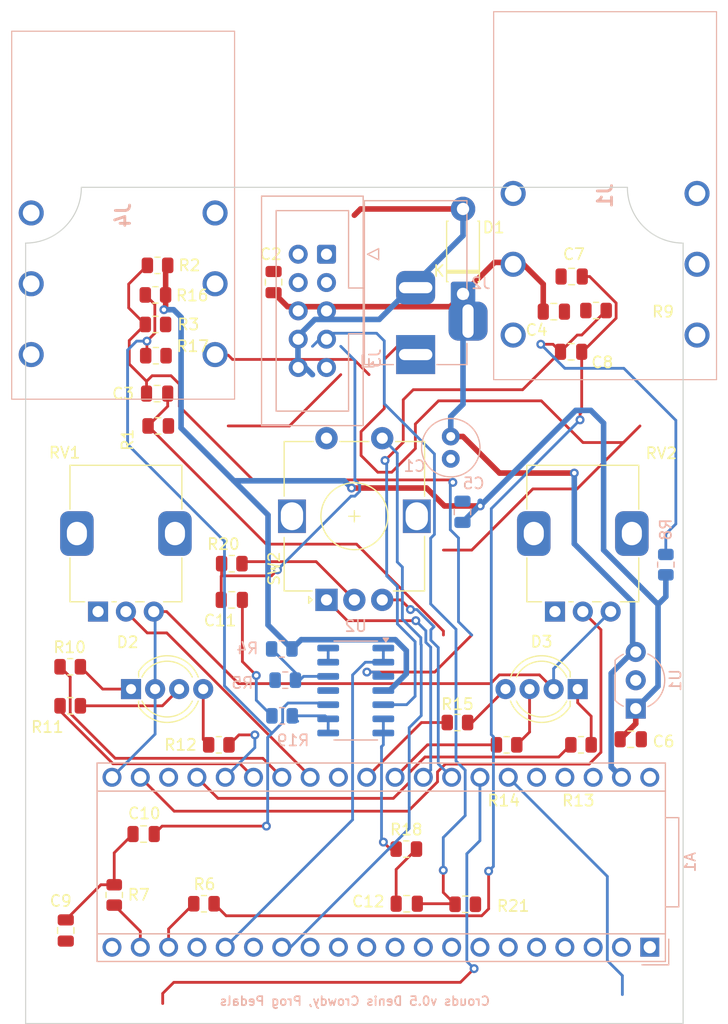
<source format=kicad_pcb>
(kicad_pcb (version 20241229) (generator "pcbnew") (generator_version "9.0")
  (title_block (date "2025-06-09") (rev "0.4"))
  (layers (0 "F.Cu" signal) (2 "B.Cu" signal) (13 "F.Paste" user) (15 "B.Paste" user) (5 "F.SilkS" user "F.Silkscreen") (7 "B.SilkS" user "B.Silkscreen") (1 "F.Mask" user) (3 "B.Mask" user) (25 "Edge.Cuts" user))
  (net 0 "")
  (net 14 "/ENC_CLICK")
  (net 16 "/Left in")
  (net 18 "/Left out")
  (net 19 "/Right out")
  (net 20 "GND")
  (net 21 "/3v3")
  (net 22 "Net-(A1-ADC_0)")
  (net 24 "/LED_2_R")
  (net 25 "/LED_1_B")
  (net 26 "/LED_1_G")
  (net 27 "/LED_1_R")
  (net 28 "Net-(A1-ADC_6)")
  (net 30 "/LED_2_B")
  (net 31 "/LED_2_G")
  (net 32 "/ENC_B")
  (net 33 "/ENC_A")
  (net 34 "/fsw10")
  (net 35 "Net-(SW1-A)")
  (net 39 "/VCC")
  (net 40 "+5V")
  (net 41 "Net-(D3-RK)")
  (net 42 "Net-(D3-GK)")
  (net 43 "Net-(D3-BK)")
  (net 44 "Net-(C10-Pad1)")
  (net 45 "/fsw3")
  (net 46 "/fsw1")
  (net 47 "/fsw2")
  (net 48 "/fsw7")
  (net 49 "/fsw6")
  (net 50 "/fsw4")
  (net 51 "/fsw8")
  (net 52 "/fsw9")
  (net 53 "Net-(U2A-+)")
  (net 54 "Net-(C7-Pad2)")
  (net 55 "Net-(U2B-+)")
  (net 56 "Net-(U2C-+)")
  (net 57 "Net-(C11-Pad1)")
  (net 58 "Net-(C12-Pad1)")
  (net 59 "Net-(U2D-+)")
  (net 60 "Net-(U2B--)")
  (net 61 "Net-(U2C--)")
  (net 62 "Net-(U2D--)")
  (net 63 "Net-(D2-BK)")
  (net 64 "Net-(D2-GK)")
  (net 65 "Net-(D2-RK)")
  (footprint "Diode_THT:D_DO-41_SOD81_P7.62mm_Horizontal" (layer "F.Cu") (at 137.25 44.56 90)
    (property "Reference" "D1")
    (property "Value" "1N5819")
  )
  (footprint "LED_THT:LED_D5.0mm-4_RGB_Wide_Pins" (layer "F.Cu") (at 107.46 80)
    (property "Reference" "D2")
    (property "Value" "LED_RAGB")
  )
  (footprint "Resistor_SMD:R_0805_2012Metric" (layer "F.Cu") (at 132.1625 94.35)
    (property "Reference" "R18")
    (property "Value" "100R")
  )
  (footprint "Resistor_SMD:R_0805_2012Metric" (layer "F.Cu") (at 141.1625 85)
    (property "Reference" "R14")
    (property "Value" "1k")
  )
  (footprint "Capacitor_SMD:C_0805_2012Metric" (layer "F.Cu") (at 116.5 72 180)
    (property "Reference" "C11")
    (property "Value" "1u")
  )
  (footprint "Resistor_SMD:R_0805_2012Metric" (layer "F.Cu") (at 109.65 47.3)
    (property "Reference" "R3")
    (property "Value" "1M")
  )
  (footprint "Capacitor_SMD:C_0805_2012Metric" (layer "F.Cu") (at 108.5875 93)
    (property "Reference" "C10")
    (property "Value" "1u")
  )
  (footprint "Capacitor_SMD:C_0805_2012Metric" (layer "F.Cu") (at 132.2 99.25)
    (property "Reference" "C12")
    (property "Value" "1u")
  )
  (footprint "Resistor_SMD:R_0805_2012Metric" (layer "F.Cu") (at 137.45 99.3)
    (property "Reference" "R21")
    (property "Value" "100K")
  )
  (footprint "Resistor_SMD:R_0805_2012Metric" (layer "F.Cu") (at 102 78)
    (property "Reference" "R10")
    (property "Value" "1k")
  )
  (footprint "Capacitor_SMD:C_0805_2012Metric" (layer "F.Cu") (at 120.25 43.5 -90)
    (property "Reference" "C2")
    (property "Value" "100n")
  )
  (footprint "LED_THT:LED_D5.0mm-4_RGB_Wide_Pins" (layer "F.Cu") (at 147.54 80 180)
    (property "Reference" "D3")
    (property "Value" "LED_RAGB")
  )
  (footprint "Resistor_SMD:R_0805_2012Metric" (layer "F.Cu") (at 105.95 98.4625 90)
    (property "Reference" "R7")
    (property "Value" "3.3K")
  )
  (footprint "Resistor_SMD:R_0805_2012Metric" (layer "F.Cu") (at 136.75 83)
    (property "Reference" "R15")
    (property "Value" "1k")
  )
  (footprint "Project:Potentiometer_Alps_RK09K_Single_Vertical" (layer "F.Cu") (at 145.5 73.05 90)
    (property "Reference" "RV2")
    (property "Value" "Knob 2")
  )
  (footprint "Resistor_SMD:R_0805_2012Metric" (layer "F.Cu") (at 109.8375 42 180)
    (property "Reference" "R2")
    (property "Value" "1M")
  )
  (footprint "Capacitor_SMD:C_0805_2012Metric" (layer "F.Cu") (at 147 43)
    (property "Reference" "C7")
    (property "Value" "2.2nF")
  )
  (footprint "Resistor_SMD:R_0805_2012Metric" (layer "F.Cu") (at 149.1875 46.05 180)
    (property "Reference" "R9")
    (property "Value" "1M")
  )
  (footprint "Project:Potentiometer_Alps_RK09K_Single_Vertical" (layer "F.Cu") (at 104.5 73.05 90)
    (property "Reference" "RV1")
    (property "Value" "Knob 1")
  )
  (footprint "Resistor_SMD:R_0805_2012Metric" (layer "F.Cu") (at 147.8375 85)
    (property "Reference" "R13")
    (property "Value" "1k")
  )
  (footprint "Resistor_SMD:R_0805_2012Metric" (layer "F.Cu") (at 102 81.5)
    (property "Reference" "R11")
    (property "Value" "1k")
  )
  (footprint "Capacitor_SMD:C_0805_2012Metric" (layer "F.Cu") (at 152.3 84.5 180)
    (property "Reference" "C6")
    (property "Value" "100n")
  )
  (footprint "Capacitor_SMD:C_0805_2012Metric" (layer "F.Cu") (at 145.4 46.15 180)
    (property "Reference" "C4")
    (property "Value" "100n")
  )
  (footprint "Project:RotaryEncoder_Alps_EC12E-Switch_Vertical_H20mm" (layer "F.Cu") (at 125 72 90)
    (property "Reference" "SW2")
    (property "Value" "RotaryEncoder_Switch")
  )
  (footprint "Capacitor_SMD:C_0805_2012Metric" (layer "F.Cu") (at 101.6 101.65 90)
    (property "Reference" "C9")
    (property "Value" "2.2nF")
  )
  (footprint "Capacitor_SMD:C_0805_2012Metric" (layer "F.Cu") (at 146.95 49.75 180)
    (property "Reference" "C8")
    (property "Value" "1u")
  )
  (footprint "Resistor_SMD:R_0805_2012Metric" (layer "F.Cu") (at 109.9 56.4)
    (property "Reference" "R1")
    (property "Value" "1M")
  )
  (footprint "Resistor_SMD:R_0805_2012Metric" (layer "F.Cu") (at 115.3375 85 180)
    (property "Reference" "R12")
    (property "Value" "1k")
  )
  (footprint "Resistor_SMD:R_0805_2012Metric" (layer "F.Cu") (at 109.65 44.65 180)
    (property "Reference" "R16")
    (property "Value" "1M")
  )
  (footprint "Resistor_SMD:R_0805_2012Metric" (layer "F.Cu") (at 116.5 68.75)
    (property "Reference" "R20")
    (property "Value" "100K")
  )
  (footprint "Resistor_SMD:R_0805_2012Metric" (layer "F.Cu") (at 114 99.25)
    (property "Reference" "R6")
    (property "Value" "3.3K")
  )
  (footprint "Capacitor_SMD:C_0805_2012Metric" (layer "F.Cu") (at 109.8 53.5 180)
    (property "Reference" "C3")
    (property "Value" "1u")
  )
  (footprint "Resistor_SMD:R_0805_2012Metric" (layer "F.Cu") (at 109.6875 50.1)
    (property "Reference" "R17")
    (property "Value" "1M")
  )
  (footprint "Project:NYS215" (layer "B.Cu") (at 98.5 50 90)
    (property "Reference" "J4")
    (property "Value" "Guitar out" (hide yes))
  )
  (footprint "Resistor_SMD:R_0805_2012Metric" (layer "B.Cu") (at 120.9875 76.4 180)
    (property "Reference" "R4")
    (property "Value" "1M")
  )
  (footprint "Capacitor_THT:C_Radial_D5.0mm_H11.0mm_P2.00mm" (layer "B.Cu") (at 136.15 57.35 -90)
    (property "Reference" "C1")
    (property "Value" "100u")
  )
  (footprint "Project:NYS215" (layer "B.Cu") (at 141.75 48.25 90)
    (property "Reference" "J1")
    (property "Value" "Guitar in" (hide yes))
  )
  (footprint "Resistor_SMD:R_0805_2012Metric" (layer "B.Cu") (at 155.45 68.8375 90)
    (property "Reference" "R8")
    (property "Value" "1M")
  )
  (footprint "Resistor_SMD:R_0805_2012Metric" (layer "B.Cu") (at 121.3 79.2 180)
    (property "Reference" "R5")
    (property "Value" "1M")
  )
  (footprint "Project:Electrosmith_Daisy_Seed" (layer "B.Cu") (at 154.01 103.15 90)
    (property "Reference" "A1")
    (property "Value" "Electrosmith_Daisy_Seed_Rev4")
  )
  (footprint "Connector_IDC:IDC-Header_2x05_P2.54mm_Vertical" (layer "B.Cu") (at 125 41 180)
    (property "Reference" "J3")
    (property "Value" "Conn_02x05_Odd_Even_MountingPin")
  )
  (footprint "Project:TO-92_Inline_Wide_78L05_dc" (layer "B.Cu") (at 152.75 81.75 90)
    (property "Reference" "U1")
    (property "Value" "L78L05_TO92")
  )
  (footprint "Resistor_SMD:R_0805_2012Metric" (layer "B.Cu") (at 121.0125 82.4 180)
    (property "Reference" "R19")
    (property "Value" "100R")
  )
  (footprint "Connector_BarrelJack:BarrelJack_Horizontal" (layer "B.Cu") (at 133 50 -90)
    (property "Reference" "J2")
    (property "Value" "Barrel_Jack")
  )
  (footprint "Capacitor_SMD:C_0805_2012Metric" (layer "B.Cu") (at 137.2 64.1 -90)
    (property "Reference" "C5")
    (property "Value" "100n")
  )
  (footprint "Package_SO:SOIC-14_3.9x8.7mm_P1.27mm" (layer "B.Cu") (at 127.625 80.13 180)
    (property "Reference" "U2")
    (property "Value" "TL074")
  )
  (gr_line (start 157 40) (end 157 110) (stroke (width 0.1)) (layer "Edge.Cuts"))
  (gr_line (start 103 35) (end 152 35) (stroke (width 0.1)) (layer "Edge.Cuts"))
  (gr_arc (start 157 40) (mid 153.464466 38.535534) (end 152 35) (stroke (width 0.1)) (layer "Edge.Cuts"))
  (gr_arc (start 103 35) (mid 101.535534 38.535534) (end 98 40) (stroke (width 0.1)) (layer "Edge.Cuts"))
  (gr_line (start 98 110) (end 157 110) (stroke (width 0.1)) (layer "Edge.Cuts"))
  (gr_line (start 98 40) (end 98 110) (stroke (width 0.1)) (layer "Edge.Cuts"))
  (gr_text "Crouds v0.5 Denis Crowdy, Prog Pedals" (at 139.75 108.45 0) (layer "B.SilkS") (effects (font (size 0.8 0.8)) (justify left bottom mirror)))
  (segment (start 131.35 58.85) (end 131.35 60.5026) (width 0.25) (layer "B.Cu") (net 14))
  (segment (start 130 57.5) (end 131.35 58.85) (width 0.25) (layer "B.Cu") (net 14))
  (segment (start 133.5 76.028025) (end 133.5 82.3769) (width 0.25) (layer "B.Cu") (net 14))
  (segment (start 133.5 82.3769) (end 132.42 83.4569) (width 0.25) (layer "B.Cu") (net 14))
  (segment (start 133.4645 75.3849) (end 133.4645 75.992525) (width 0.25) (layer "B.Cu") (net 14))
  (segment (start 132.42 83.4569) (end 132.42 92.4954) (width 0.25) (layer "B.Cu") (net 14))
  (segment (start 121.7654 103.15) (end 120.99 103.15) (width 0.25) (layer "B.Cu") (net 14))
  (segment (start 131.8076 73.728) (end 133.4645 75.3849) (width 0.25) (layer "B.Cu") (net 14))
  (segment (start 131.35 60.5026) (end 131.35 68.6) (width 0.25) (layer "B.Cu") (net 14))
  (segment (start 133.4645 75.992525) (end 133.5 76.028025) (width 0.25) (layer "B.Cu") (net 14))
  (segment (start 131.8076 69.0576) (end 131.8076 73.728) (width 0.25) (layer "B.Cu") (net 14))
  (segment (start 132.42 92.4954) (end 121.7654 103.15) (width 0.25) (layer "B.Cu") (net 14))
  (segment (start 131.35 68.6) (end 131.8076 69.0576) (width 0.25) (layer "B.Cu") (net 14))
  (segment (start 127.34 78.73328) (end 128.48328 77.59) (width 0.25) (layer "B.Cu") (net 16))
  (segment (start 115.91 103.15) (end 127.34 91.72) (width 0.25) (layer "B.Cu") (net 16))
  (segment (start 127.34 91.72) (end 127.34 78.73328) (width 0.25) (layer "B.Cu") (net 16))
  (segment (start 130.1 76.32) (end 130.1 77.59) (width 0.25) (layer "B.Cu") (net 16))
  (segment (start 128.48328 77.59) (end 130.1 77.59) (width 0.25) (layer "B.Cu") (net 16))
  (segment (start 110.83 101.5075) (end 113.0875 99.25) (width 0.25) (layer "F.Cu") (net 18))
  (segment (start 110.83 103.15) (end 110.83 101.5075) (width 0.25) (layer "F.Cu") (net 18))
  (segment (start 108.29 101.715) (end 108.29 103.15) (width 0.25) (layer "F.Cu") (net 19))
  (segment (start 105.95 99.375) (end 108.29 101.715) (width 0.25) (layer "F.Cu") (net 19))
  (segment (start 144.2775 54.15) (end 135.05 54.15) (width 0.25) (layer "F.Cu") (net 20))
  (segment (start 130.184 50.436) (end 131.36 49.26) (width 0.25) (layer "F.Cu") (net 20))
  (segment (start 132.97451 56.22549) (end 132.97451 58.42549) (width 0.25) (layer "F.Cu") (net 20))
  (segment (start 128.1 59.05) (end 128.1 56.911116) (width 0.25) (layer "F.Cu") (net 20))
  (segment (start 135.05 54.15) (end 132.97451 56.22549) (width 0.25) (layer "F.Cu") (net 20))
  (segment (start 151.641 57.889) (end 148.0165 57.889) (width 0.25) (layer "F.Cu") (net 20))
  (segment (start 147.48 62.05) (end 151.665 57.865) (width 0.25) (layer "F.Cu") (net 20))
  (segment (start 128.1 56.911116) (end 130.184 54.827116) (width 0.25) (layer "F.Cu") (net 20))
  (segment (start 124.0722 68.5722) (end 117.5903 68.5722) (width 0.25) (layer "F.Cu") (net 20))
  (segment (start 130.184 54.827116) (end 130.184 50.436) (width 0.25) (layer "F.Cu") (net 20))
  (segment (start 129.6 60.55) (end 128.1 59.05) (width 0.25) (layer "F.Cu") (net 20))
  (segment (start 151.665 57.865) (end 151.641 57.889) (width 0.25) (layer "F.Cu") (net 20))
  (segment (start 132.97451 58.42549) (end 130.85 60.55) (width 0.25) (layer "F.Cu") (net 20))
  (segment (start 130.85 60.55) (end 129.6 60.55) (width 0.25) (layer "F.Cu") (net 20))
  (segment (start 135.4925 67.5325) (end 138.0325 67.5325) (width 0.25) (layer "F.Cu") (net 20))
  (segment (start 117.5903 68.5722) (end 117.4125 68.75) (width 0.25) (layer "F.Cu") (net 20))
  (segment (start 143.515 62.05) (end 147.48 62.05) (width 0.25) (layer "F.Cu") (net 20))
  (segment (start 127.5 72) (end 124.0722 68.5722) (width 0.25) (layer "F.Cu") (net 20))
  (segment (start 148.0165 57.889) (end 144.2775 54.15) (width 0.25) (layer "F.Cu") (net 20))
  (segment (start 138.0325 67.5325) (end 143.515 62.05) (width 0.25) (layer "F.Cu") (net 20))
  (segment (start 151.665 57.865) (end 153.13 56.4) (width 0.25) (layer "F.Cu") (net 20))
  (segment (start 110.65 73.05) (end 117.1109 79.5109) (width 0.25) (layer "F.Cu") (net 21))
  (segment (start 109.5 73.05) (end 110.65 73.05) (width 0.25) (layer "F.Cu") (net 21))
  (segment (start 140.5071 78.7261) (end 144.1071 78.7261) (width 0.25) (layer "F.Cu") (net 21))
  (segment (start 139.7223 79.5109) (end 140.5071 78.7261) (width 0.25) (layer "F.Cu") (net 21))
  (segment (start 144.1071 78.7261) (end 145.381 80) (width 0.25) (layer "F.Cu") (net 21))
  (segment (start 117.1109 79.5109) (end 139.7223 79.5109) (width 0.25) (layer "F.Cu") (net 21))
  (segment (start 109.619 73.169) (end 109.619 80) (width 0.25) (layer "B.Cu") (net 21))
  (segment (start 109.5 73.05) (end 109.619 73.169) (width 0.25) (layer "B.Cu") (net 21))
  (segment (start 109.619 84.041) (end 105.75 87.91) (width 0.25) (layer "B.Cu") (net 21))
  (segment (start 145.381 80) (end 145.381 78.169) (width 0.25) (layer "B.Cu") (net 21))
  (segment (start 145.381 78.169) (end 150.5 73.05) (width 0.25) (layer "B.Cu") (net 21))
  (segment (start 109.619 80) (end 109.619 84.041) (width 0.25) (layer "B.Cu") (net 21))
  (segment (start 132.3296 90.95) (end 134.96 88.3196) (width 0.25) (layer "F.Cu") (net 22))
  (segment (start 149.626 74.676) (end 148 73.05) (width 0.25) (layer "F.Cu") (net 22))
  (segment (start 111.33 90.95) (end 132.3296 90.95) (width 0.25) (layer "F.Cu") (net 22))
  (segment (start 134.96 87.4282) (end 135.6603 86.7279) (width 0.25) (layer "F.Cu") (net 22))
  (segment (start 148.5674 86.7279) (end 149.626 85.6693) (width 0.25) (layer "F.Cu") (net 22))
  (segment (start 149.626 85.6693) (end 149.626 74.676) (width 0.25) (layer "F.Cu") (net 22))
  (segment (start 108.29 87.91) (end 111.33 90.95) (width 0.25) (layer "F.Cu") (net 22))
  (segment (start 134.96 88.3196) (end 134.96 87.4282) (width 0.25) (layer "F.Cu") (net 22))
  (segment (start 135.6603 86.7279) (end 148.5674 86.7279) (width 0.25) (layer "F.Cu") (net 22))
  (segment (start 133.8297 86.0909) (end 132.42 87.5006) (width 0.25) (layer "F.Cu") (net 24))
  (segment (start 132.42 88.3798) (end 130.9998 89.8) (width 0.25) (layer "F.Cu") (net 24))
  (segment (start 132.42 87.5006) (end 132.42 88.3798) (width 0.25) (layer "F.Cu") (net 24))
  (segment (start 146.925 85) (end 145.8341 86.0909) (width 0.25) (layer "F.Cu") (net 24))
  (segment (start 115.26 89.8) (end 113.37 87.91) (width 0.25) (layer "F.Cu") (net 24))
  (segment (start 145.8341 86.0909) (end 133.8297 86.0909) (width 0.25) (layer "F.Cu") (net 24))
  (segment (start 130.9998 89.8) (end 115.26 89.8) (width 0.25) (layer "F.Cu") (net 24))
  (segment (start 117.1412 84.1088) (end 118.5701 84.1088) (width 0.25) (layer "F.Cu") (net 25))
  (segment (start 116.25 85) (end 117.1412 84.1088) (width 0.25) (layer "F.Cu") (net 25))
  (via (at 118.5701 84.1088) (size 0.8) (drill 0.4) (layers "F.Cu" "B.Cu") (net 25))
  (segment (start 118.5701 85.2499) (end 118.5701 84.1088) (width 0.25) (layer "B.Cu") (net 25))
  (segment (start 115.91 87.91) (end 118.5701 85.2499) (width 0.25) (layer "B.Cu") (net 25))
  (segment (start 117.2369 86.6969) (end 118.45 87.91) (width 0.25) (layer "F.Cu") (net 26))
  (segment (start 105.839 86.6969) (end 117.2369 86.6969) (width 0.25) (layer "F.Cu") (net 26))
  (segment (start 101.0875 81.5) (end 101.0875 81.9454) (width 0.25) (layer "F.Cu") (net 26))
  (segment (start 101.0875 81.9454) (end 105.839 86.6969) (width 0.25) (layer "F.Cu") (net 26))
  (segment (start 120.99 87.91) (end 119.2875 86.2075) (width 0.25) (layer "F.Cu") (net 27))
  (segment (start 119.2875 86.2075) (end 106.0337 86.2075) (width 0.25) (layer "F.Cu") (net 27))
  (segment (start 102 82.1738) (end 102 78.9125) (width 0.25) (layer "F.Cu") (net 27))
  (segment (start 102 78.9125) (end 101.0875 78) (width 0.25) (layer "F.Cu") (net 27))
  (segment (start 106.0337 86.2075) (end 102 82.1738) (width 0.25) (layer "F.Cu") (net 27))
  (segment (start 123.53 87.8286) (end 110.6637 74.9623) (width 0.25) (layer "F.Cu") (net 28))
  (segment (start 123.53 87.91) (end 123.53 87.8286) (width 0.25) (layer "F.Cu") (net 28))
  (segment (start 110.6637 74.9623) (end 108.9123 74.9623) (width 0.25) (layer "F.Cu") (net 28))
  (segment (start 108.9123 74.9623) (end 107 73.05) (width 0.25) (layer "F.Cu") (net 28))
  (segment (start 135.8375 83) (end 133.52 83) (width 0.25) (layer "F.Cu") (net 30))
  (segment (start 133.52 83) (end 128.61 87.91) (width 0.25) (layer "F.Cu") (net 30))
  (segment (start 134.06 85) (end 131.15 87.91) (width 0.25) (layer "F.Cu") (net 31))
  (segment (start 140.25 85) (end 134.06 85) (width 0.25) (layer "F.Cu") (net 31))
  (segment (start 131.667 72) (end 132.5343 72.8673) (width 0.25) (layer "F.Cu") (net 32))
  (segment (start 130 72) (end 131.667 72) (width 0.25) (layer "F.Cu") (net 32))
  (via (at 132.5343 72.8673) (size 0.8) (drill 0.4) (layers "F.Cu" "B.Cu") (net 32))
  (segment (start 133.1149 72.8673) (end 134.650098 74.402498) (width 0.25) (layer "B.Cu") (net 32))
  (segment (start 134.3665 74.686095) (end 134.3665 75.618905) (width 0.25) (layer "B.Cu") (net 32))
  (segment (start 134.650098 74.402498) (end 134.3665 74.686095) (width 0.25) (layer "B.Cu") (net 32))
  (segment (start 135.026095 86.706095) (end 136.23 87.91) (width 0.25) (layer "B.Cu") (net 32))
  (segment (start 135.026095 76.2785) (end 135.026095 86.706095) (width 0.25) (layer "B.Cu") (net 32))
  (segment (start 132.5343 72.8673) (end 133.1149 72.8673) (width 0.25) (layer "B.Cu") (net 32))
  (segment (start 134.3665 75.618905) (end 135.026095 76.2785) (width 0.25) (layer "B.Cu") (net 32))
  (segment (start 125 72) (end 126.8662 73.8662) (width 0.25) (layer "F.Cu") (net 33))
  (segment (start 126.8662 73.8662) (end 133.0152 73.8662) (width 0.25) (layer "F.Cu") (net 33))
  (via (at 133.0152 73.8662) (size 0.8) (drill 0.4) (layers "F.Cu" "B.Cu") (net 33))
  (segment (start 134.35 76.240215) (end 134.35 87.25) (width 0.25) (layer "B.Cu") (net 33))
  (segment (start 133.9155 75.805715) (end 134.35 76.240215) (width 0.25) (layer "B.Cu") (net 33))
  (segment (start 133.0152 73.8662) (end 133.9155 74.7665) (width 0.25) (layer "B.Cu") (net 33))
  (segment (start 134.35 87.25) (end 133.69 87.91) (width 0.25) (layer "B.Cu") (net 33))
  (segment (start 133.9155 74.7665) (end 133.9155 75.805715) (width 0.25) (layer "B.Cu") (net 33))
  (segment (start 151.55 105.7) (end 151.55 107.4) (width 0.25) (layer "B.Cu") (net 34))
  (segment (start 150.2 104.35) (end 150.2 96.8) (width 0.25) (layer "B.Cu") (net 34))
  (segment (start 150.2 104.35) (end 151.55 105.7) (width 0.25) (layer "B.Cu") (net 34))
  (segment (start 150.2 96.8) (end 141.31 87.91) (width 0.25) (layer "B.Cu") (net 34))
  (segment (start 110.75 54.6375) (end 108.9875 56.4) (width 0.25) (layer "F.Cu") (net 35))
  (segment (start 127.6947 67) (end 119.5875 67) (width 0.25) (layer "F.Cu") (net 35))
  (segment (start 135.4925 74.7978) (end 127.6947 67) (width 0.25) (layer "F.Cu") (net 35))
  (segment (start 110.75 53.5) (end 110.75 54.6375) (width 0.25) (layer "F.Cu") (net 35))
  (segment (start 135.4925 75.1525) (end 135.4925 74.7978) (width 0.25) (layer "F.Cu") (net 35))
  (segment (start 119.5875 67) (end 108.9875 56.4) (width 0.25) (layer "F.Cu") (net 35))
  (segment (start 147.235 60.6274) (end 140.5274 60.6274) (width 0.5) (layer "F.Cu") (net 39))
  (segment (start 121.5046 45.7046) (end 120.25 44.45) (width 0.5) (layer "F.Cu") (net 39))
  (segment (start 136.1054 45.7046) (end 121.5046 45.7046) (width 0.5) (layer "F.Cu") (net 39))
  (segment (start 144.45 46.15) (end 144.45 43.6835) (width 0.5) (layer "F.Cu") (net 39))
  (segment (start 137.25 44.56) (end 136.1054 45.7046) (width 0.5) (layer "F.Cu") (net 39))
  (segment (start 144.45 43.6835) (end 142.5019 41.7354) (width 0.5) (layer "F.Cu") (net 39))
  (segment (start 137.25 57.35) (end 136.15 57.35) (width 0.5) (layer "F.Cu") (net 39))
  (segment (start 140.0746 41.7354) (end 137.25 44.56) (width 0.5) (layer "F.Cu") (net 39))
  (segment (start 142.5019 41.7354) (end 140.0746 41.7354) (width 0.5) (layer "F.Cu") (net 39))
  (segment (start 140.5274 60.6274) (end 137.25 57.35) (width 0.5) (layer "F.Cu") (net 39))
  (via (at 147.235 60.6274) (size 0.8) (drill 0.4) (layers "F.Cu" "B.Cu") (net 39))
  (segment (start 137.25 44.56) (end 137.25 54.45) (width 0.5) (layer "B.Cu") (net 39))
  (segment (start 150.55 78.5886) (end 152.4686 76.67) (width 0.5) (layer "B.Cu") (net 39))
  (segment (start 152.4686 76.67) (end 152.75 76.67) (width 0.5) (layer "B.Cu") (net 39))
  (segment (start 147.235 60.6274) (end 147.235 66.9664) (width 0.5) (layer "B.Cu") (net 39))
  (segment (start 137.25 54.45) (end 136.15 55.55) (width 0.5) (layer "B.Cu") (net 39))
  (segment (start 147.235 66.9664) (end 152.4686 72.2) (width 0.5) (layer "B.Cu") (net 39))
  (segment (start 152.4686 72.2) (end 152.4686 76.67) (width 0.5) (layer "B.Cu") (net 39))
  (segment (start 150.55 86.99) (end 150.55 78.5886) (width 0.5) (layer "B.Cu") (net 39))
  (segment (start 136.15 55.55) (end 136.15 57.35) (width 0.5) (layer "B.Cu") (net 39))
  (segment (start 151.47 87.91) (end 150.55 86.99) (width 0.5) (layer "B.Cu") (net 39))
  (segment (start 152.75 81.75) (end 152.75 83.1017) (width 0.5) (layer "F.Cu") (net 40))
  (segment (start 110.5625 42.1875) (end 110.5625 44.65) (width 0.5) (layer "F.Cu") (net 40))
  (segment (start 110.75 42) (end 110.5625 42.1875) (width 0.5) (layer "F.Cu") (net 40))
  (segment (start 133.9742 61.9678) (end 135.5835 63.5771) (width 0.5) (layer "F.Cu") (net 40))
  (segment (start 135.5835 63.5771) (end 138.7932 63.5771) (width 0.5) (layer "F.Cu") (net 40))
  (segment (start 127.2478 61.9678) (end 133.9742 61.9678) (width 0.5) (layer "F.Cu") (net 40))
  (segment (start 110.5625 45.8206) (end 110.4081 45.975) (width 0.5) (layer "F.Cu") (net 40))
  (segment (start 151.35 84.5) (end 152.7483 83.1017) (width 0.5) (layer "F.Cu") (net 40))
  (segment (start 152.7483 83.1017) (end 152.75 83.1017) (width 0.5) (layer "F.Cu") (net 40))
  (segment (start 110.5625 44.65) (end 110.5625 45.8206) (width 0.5) (layer "F.Cu") (net 40))
  (via (at 110.4081 45.975) (size 0.8) (drill 0.4) (layers "F.Cu" "B.Cu") (net 40))
  (via (at 127.2478 61.9678) (size 0.8) (drill 0.4) (layers "F.Cu" "B.Cu") (net 40))
  (via (at 138.7932 63.5771) (size 0.8) (drill 0.4) (layers "F.Cu" "B.Cu") (net 40))
  (segment (start 132.1634 78.6257) (end 130.6591 80.13) (width 0.5) (layer "B.Cu") (net 40))
  (segment (start 152.75 81.75) (end 154.75 79.75) (width 0.5) (layer "B.Cu") (net 40))
  (segment (start 131.1781 75.569) (end 132.1634 76.5543) (width 0.5) (layer "B.Cu") (net 40))
  (segment (start 110.4081 45.975) (end 111.275 45.975) (width 0.5) (layer "B.Cu") (net 40))
  (segment (start 132.1634 76.5543) (end 132.1634 78.6257) (width 0.5) (layer "B.Cu") (net 40))
  (segment (start 154.1465 71.8067) (end 149.8651 67.5253) (width 0.5) (layer "B.Cu") (net 40))
  (segment (start 111.95 46.65) (end 111.95 56.5835) (width 0.5) (layer "B.Cu") (net 40))
  (segment (start 155.45 71.7102) (end 154.75 72.4102) (width 0.5) (layer "B.Cu") (net 40))
  (segment (start 138.7932 63.5771) (end 138.6729 63.5771) (width 0.5) (layer "B.Cu") (net 40))
  (segment (start 138.7932 63.5771) (end 147.3665 55.0038) (width 0.5) (layer "B.Cu") (net 40))
  (segment (start 149.8651 67.5253) (end 149.8651 56.15) (width 0.5) (layer "B.Cu") (net 40))
  (segment (start 126.5991 61.3191) (end 127.2478 61.9678) (width 0.5) (layer "B.Cu") (net 40))
  (segment (start 122.731 75.569) (end 131.1781 75.569) (width 0.5) (layer "B.Cu") (net 40))
  (segment (start 121.9 76.4) (end 122.731 75.569) (width 0.5) (layer "B.Cu") (net 40))
  (segment (start 138.6729 63.5771) (end 137.2 65.05) (width 0.5) (layer "B.Cu") (net 40))
  (segment (start 155.45 69.75) (end 155.45 71.7102) (width 0.5) (layer "B.Cu") (net 40))
  (segment (start 138.7932 63.1568) (end 138.7932 63.5771) (width 0.5) (layer "B.Cu") (net 40))
  (segment (start 111.95 56.5835) (end 116.6856 61.3191) (width 0.5) (layer "B.Cu") (net 40))
  (segment (start 130.6591 80.13) (end 130.1 80.13) (width 0.5) (layer "B.Cu") (net 40))
  (segment (start 119.7525 64.386) (end 119.7525 74.2525) (width 0.5) (layer "B.Cu") (net 40))
  (segment (start 116.6856 61.3191) (end 126.5991 61.3191) (width 0.5) (layer "B.Cu") (net 40))
  (segment (start 147.3665 55.0038) (end 148.7189 55.0038) (width 0.5) (layer "B.Cu") (net 40))
  (segment (start 116.6856 61.3191) (end 119.7525 64.386) (width 0.5) (layer "B.Cu") (net 40))
  (segment (start 154.75 79.75) (end 154.75 72.4102) (width 0.5) (layer "B.Cu") (net 40))
  (segment (start 119.7525 74.2525) (end 121.9 76.4) (width 0.5) (layer "B.Cu") (net 40))
  (segment (start 154.75 72.4102) (end 154.1465 71.8067) (width 0.5) (layer "B.Cu") (net 40))
  (segment (start 148.7189 55.0038) (end 149.8651 56.15) (width 0.5) (layer "B.Cu") (net 40))
  (segment (start 111.275 45.975) (end 111.95 46.65) (width 0.5) (layer "B.Cu") (net 40))
  (segment (start 148.75 85) (end 148.75 82.4367) (width 0.25) (layer "F.Cu") (net 41))
  (segment (start 148.75 82.4367) (end 147.54 81.2267) (width 0.25) (layer "F.Cu") (net 41))
  (segment (start 147.54 80) (end 147.54 81.2267) (width 0.25) (layer "F.Cu") (net 41))
  (segment (start 143.222 83.853) (end 142.075 85) (width 0.25) (layer "F.Cu") (net 42))
  (segment (start 143.222 80) (end 143.222 83.853) (width 0.25) (layer "F.Cu") (net 42))
  (segment (start 138.063 83) (end 141.063 80) (width 0.25) (layer "F.Cu") (net 43))
  (segment (start 137.6625 83) (end 138.063 83) (width 0.25) (layer "F.Cu") (net 43))
  (segment (start 105.95 97.55) (end 105.95 94.6875) (width 0.25) (layer "F.Cu") (net 44))
  (segment (start 105.95 94.6875) (end 107.6375 93) (width 0.25) (layer "F.Cu") (net 44))
  (segment (start 104.75 97.55) (end 105.95 97.55) (width 0.25) (layer "F.Cu") (net 44))
  (segment (start 101.6 100.7) (end 104.75 97.55) (width 0.25) (layer "F.Cu") (net 44))
  (segment (start 120.6042 69.2982) (end 120.0596 69.8428) (width 0.25) (layer "F.Cu") (net 45))
  (segment (start 120.0596 69.8428) (end 115.5875 69.8428) (width 0.25) (layer "F.Cu") (net 45))
  (segment (start 115.5875 69.8428) (end 115.55 69.8803) (width 0.25) (layer "F.Cu") (net 45))
  (segment (start 115.5875 68.75) (end 115.5875 69.8428) (width 0.25) (layer "F.Cu") (net 45))
  (segment (start 115.55 69.8803) (end 115.55 72) (width 0.25) (layer "F.Cu") (net 45))
  (via (at 120.6042 69.2982) (size 0.8) (drill 0.4) (layers "F.Cu" "B.Cu") (net 45))
  (segment (start 126.28 49.26) (end 127.5488 50.5288) (width 0.25) (layer "B.Cu") (net 45))
  (segment (start 127.5488 50.5288) (end 127.5488 61.2411) (width 0.25) (layer "B.Cu") (net 45))
  (segment (start 127.5488 62.6945) (end 127.9745 62.2688) (width 0.25) (layer "B.Cu") (net 45))
  (segment (start 127.5488 61.2411) (end 127.9745 61.6668) (width 0.25) (layer "B.Cu") (net 45))
  (segment (start 127.2079 62.6945) (end 127.5488 62.6945) (width 0.25) (layer "B.Cu") (net 45))
  (segment (start 120.6042 69.2982) (end 127.2079 62.6945) (width 0.25) (layer "B.Cu") (net 45))
  (segment (start 127.9745 62.2688) (end 127.9745 61.6668) (width 0.25) (layer "B.Cu") (net 45))
  (segment (start 127.5488 61.2411) (end 127.5001 61.2411) (width 0.25) (layer "B.Cu") (net 45))
  (segment (start 133.15 99.25) (end 136.4875 99.25) (width 0.25) (layer "F.Cu") (net 46))
  (segment (start 136.5125 99.275) (end 136.5375 99.3) (width 0.25) (layer "F.Cu") (net 46))
  (segment (start 136.5125 99.275) (end 135.4778 98.2403) (width 0.25) (layer "F.Cu") (net 46))
  (segment (start 135.4778 98.2403) (end 135.4778 96.2473) (width 0.25) (layer "F.Cu") (net 46))
  (segment (start 136.4875 99.25) (end 136.5125 99.275) (width 0.25) (layer "F.Cu") (net 46))
  (via (at 135.4778 96.2473) (size 0.8) (drill 0.4) (layers "F.Cu" "B.Cu") (net 46))
  (segment (start 135.4778 93.3094) (end 135.4778 96.2473) (width 0.25) (layer "B.Cu") (net 46))
  (segment (start 123.74 49.26) (end 124.916 48.084) (width 0.25) (layer "B.Cu") (net 46))
  (segment (start 134.6848 58.9136) (end 134.6848 66.1273) (width 0.25) (layer "B.Cu") (net 46))
  (segment (start 130.184 48.772884) (end 130.184 54.4128) (width 0.25) (layer "B.Cu") (net 46))
  (segment (start 136.6192 86.4446) (end 137.4449 87.2703) (width 0.25) (layer "B.Cu") (net 46))
  (segment (start 137.4449 87.2703) (end 137.4449 91.3423) (width 0.25) (layer "B.Cu") (net 46))
  (segment (start 136.6192 74.6383) (end 136.6192 86.4446) (width 0.25) (layer "B.Cu") (net 46))
  (segment (start 124.916 48.084) (end 129.495116 48.084) (width 0.25) (layer "B.Cu") (net 46))
  (segment (start 134.3474 72.3665) (end 136.6192 74.6383) (width 0.25) (layer "B.Cu") (net 46))
  (segment (start 134.6848 66.1273) (end 134.3474 66.4647) (width 0.25) (layer "B.Cu") (net 46))
  (segment (start 129.495116 48.084) (end 130.184 48.772884) (width 0.25) (layer "B.Cu") (net 46))
  (segment (start 137.4449 91.3423) (end 135.4778 93.3094) (width 0.25) (layer "B.Cu") (net 46))
  (segment (start 130.184 54.4128) (end 134.6848 58.9136) (width 0.25) (layer "B.Cu") (net 46))
  (segment (start 134.3474 66.4647) (end 134.3474 72.3665) (width 0.25) (layer "B.Cu") (net 46))
  (segment (start 128.06 36.94) (end 127.5 37.5) (width 0.5) (layer "F.Cu") (net 47))
  (segment (start 137.25 36.94) (end 128.06 36.94) (width 0.5) (layer "F.Cu") (net 47))
  (segment (start 123.951708 46.85) (end 122.439 48.362708) (width 0.5) (layer "B.Cu") (net 47))
  (segment (start 129.7289 46.85) (end 123.951708 46.85) (width 0.5) (layer "B.Cu") (net 47))
  (segment (start 137.25 39.3289) (end 129.7289 46.85) (width 0.5) (layer "B.Cu") (net 47))
  (segment (start 122.439 50.499) (end 123.74 51.8) (width 0.5) (layer "B.Cu") (net 47))
  (segment (start 137.25 36.94) (end 137.25 39.3289) (width 0.5) (layer "B.Cu") (net 47))
  (segment (start 122.439 48.362708) (end 122.439 50.499) (width 0.5) (layer "B.Cu") (net 47))
  (segment (start 121.68 56.4) (end 126.28 51.8) (width 0.25) (layer "F.Cu") (net 50))
  (segment (start 116.566 50.436) (end 127.456 50.436) (width 0.25) (layer "F.Cu") (net 50))
  (segment (start 116.18 56.4) (end 121.68 56.4) (width 0.25) (layer "F.Cu") (net 50))
  (segment (start 116.18 50.05) (end 116.566 50.436) (width 0.25) (layer "F.Cu") (net 50))
  (segment (start 127.456 50.436) (end 128.82 51.8) (width 0.25) (layer "F.Cu") (net 50))
  (segment (start 110.3 107.3) (end 110.3 108.2) (width 0.25) (layer "F.Cu") (net 51))
  (segment (start 138.2446 105.071) (end 137.0156 106.3) (width 0.25) (layer "F.Cu") (net 51))
  (segment (start 137.0156 106.3) (end 111.3 106.3) (width 0.25) (layer "F.Cu") (net 51))
  (segment (start 111.3 106.3) (end 110.3 107.3) (width 0.25) (layer "F.Cu") (net 51))
  (via (at 138.2446 105.071) (size 0.8) (drill 0.4) (layers "F.Cu" "B.Cu") (net 51))
  (segment (start 138.77 93.5918) (end 137.5931 94.7687) (width 0.25) (layer "B.Cu") (net 51))
  (segment (start 137.5931 94.7687) (end 137.5931 104.4195) (width 0.25) (layer "B.Cu") (net 51))
  (segment (start 137.5931 104.4195) (end 138.2446 105.071) (width 0.25) (layer "B.Cu") (net 51))
  (segment (start 138.77 87.91) (end 138.77 93.5918) (width 0.25) (layer "B.Cu") (net 51))
  (segment (start 108.85 52.3988) (end 107.3 50.8488) (width 0.25) (layer "F.Cu") (net 53))
  (segment (start 108.85 53.5) (end 108.85 52.3988) (width 0.25) (layer "F.Cu") (net 53))
  (segment (start 107.25 45.8125) (end 107.25 43.675) (width 0.25) (layer "F.Cu") (net 53))
  (segment (start 134.710707 78.474293) (end 128.624293 78.474293) (width 0.25) (layer "F.Cu") (net 53))
  (segment (start 136.3368 61.4601) (end 136.1178 61.2411) (width 0.25) (layer "F.Cu") (net 53))
  (segment (start 107.25 43.675) (end 108.925 42) (width 0.25) (layer "F.Cu") (net 53))
  (segment (start 107.3 48.7375) (end 108.7375 47.3) (width 0.25) (layer "F.Cu") (net 53))
  (segment (start 136.1178 61.2411) (end 118.3905 61.2411) (width 0.25) (layer "F.Cu") (net 53))
  (segment (start 109.3488 51.9) (end 108.85 52.3988) (width 0.25) (layer "F.Cu") (net 53))
  (segment (start 111.7951 52.6451) (end 111.05 51.9) (width 0.25) (layer "F.Cu") (net 53))
  (segment (start 118.3905 61.2411) (end 111.7951 54.6457) (width 0.25) (layer "F.Cu") (net 53))
  (segment (start 107.3 50.8488) (end 107.3 48.7375) (width 0.25) (layer "F.Cu") (net 53))
  (segment (start 138.0325 75.1525) (end 134.710707 78.474293) (width 0.25) (layer "F.Cu") (net 53))
  (segment (start 111.7951 54.6457) (end 111.7951 52.6451) (width 0.25) (layer "F.Cu") (net 53))
  (segment (start 111.05 51.9) (end 109.3488 51.9) (width 0.25) (layer "F.Cu") (net 53))
  (segment (start 108.7375 47.3) (end 107.25 45.8125) (width 0.25) (layer "F.Cu") (net 53))
  (via (at 128.624293 78.474293) (size 0.8) (drill 0.4) (layers "F.Cu" "B.Cu") (net 53))
  (via (at 136.3368 61.4601) (size 0.8) (drill 0.4) (layers "F.Cu" "B.Cu") (net 53))
  (segment (start 136.1096 65.7117) (end 136.8442 66.4463) (width 0.25) (layer "B.Cu") (net 53))
  (segment (start 136.8442 73.9642) (end 138.0325 75.1525) (width 0.25) (layer "B.Cu") (net 53))
  (segment (start 129.714293 78.474293) (end 130.1 78.86) (width 0.25) (layer "B.Cu") (net 53))
  (segment (start 128.624293 78.474293) (end 129.714293 78.474293) (width 0.25) (layer "B.Cu") (net 53))
  (segment (start 136.8442 66.4463) (end 136.8442 73.9642) (width 0.25) (layer "B.Cu") (net 53))
  (segment (start 136.3368 61.4601) (end 136.1096 61.6873) (width 0.25) (layer "B.Cu") (net 53))
  (segment (start 136.1096 61.6873) (end 136.1096 65.7117) (width 0.25) (layer "B.Cu") (net 53))
  (segment (start 147.7519 49.8981) (end 147.9 49.75) (width 0.25) (layer "F.Cu") (net 54))
  (segment (start 147.9771 49.75) (end 150.9886 46.7385) (width 0.25) (layer "F.Cu") (net 54))
  (segment (start 147.7519 55.2981) (end 147.9 55.15) (width 0.25) (layer "F.Cu") (net 54))
  (segment (start 115.9939 100.3314) (end 138.9273 100.3314) (width 0.25) (layer "F.Cu") (net 54))
  (segment (start 150.9886 46.7385) (end 150.9886 45.3731) (width 0.25) (layer "F.Cu") (net 54))
  (segment (start 147.7519 55.8548) (end 147.7519 55.2981) (width 0.25) (layer "F.Cu") (net 54))
  (segment (start 114.9125 99.25) (end 115.9939 100.3314) (width 0.25) (layer "F.Cu") (net 54))
  (segment (start 148.6155 43) (end 147.95 43) (width 0.25) (layer "F.Cu") (net 54))
  (segment (start 147.9 55.15) (end 147.9 49.75) (width 0.25) (layer "F.Cu") (net 54))
  (segment (start 150.9886 45.3731) (end 148.6155 43) (width 0.25) (layer "F.Cu") (net 54))
  (segment (start 138.9273 100.3314) (end 139.5484 99.7103) (width 0.25) (layer "F.Cu") (net 54))
  (segment (start 147.9 49.75) (end 147.9771 49.75) (width 0.25) (layer "F.Cu") (net 54))
  (segment (start 139.5484 99.7103) (end 139.5484 96.328) (width 0.25) (layer "F.Cu") (net 54))
  (via (at 147.7519 55.8548) (size 0.8) (drill 0.4) (layers "F.Cu" "B.Cu") (net 54))
  (via (at 139.5484 96.328) (size 0.8) (drill 0.4) (layers "F.Cu" "B.Cu") (net 54))
  (segment (start 139.9772 95.8992) (end 139.9772 84.2762) (width 0.25) (layer "B.Cu") (net 54))
  (segment (start 139.9772 84.2762) (end 139.7854 84.0844) (width 0.25) (layer "B.Cu") (net 54))
  (segment (start 139.7854 63.8213) (end 147.7519 55.8548) (width 0.25) (layer "B.Cu") (net 54))
  (segment (start 139.7854 84.0844) (end 139.7854 63.8213) (width 0.25) (layer "B.Cu") (net 54))
  (segment (start 139.5484 96.328) (end 139.9772 95.8992) (width 0.25) (layer "B.Cu") (net 54))
  (segment (start 131.8877 57.8623) (end 130.25 59.5) (width 0.25) (layer "F.Cu") (net 55))
  (segment (start 147.5044 48.2456) (end 146 49.75) (width 0.25) (layer "F.Cu") (net 55))
  (segment (start 146 49.75) (end 142.6 53.15) (width 0.25) (layer "F.Cu") (net 55))
  (segment (start 142.6 53.15) (end 132.7877 53.15) (width 0.25) (layer "F.Cu") (net 55))
  (segment (start 144.2302 49.0746) (end 145.3246 49.0746) (width 0.25) (layer "F.Cu") (net 55))
  (segment (start 147.9044 48.2456) (end 147.5044 48.2456) (width 0.25) (layer "F.Cu") (net 55))
  (segment (start 131.8877 54.05) (end 131.8877 57.8623) (width 0.25) (layer "F.Cu") (net 55))
  (segment (start 132.7877 53.15) (end 131.8877 54.05) (width 0.25) (layer "F.Cu") (net 55))
  (segment (start 145.3246 49.0746) (end 146 49.75) (width 0.25) (layer "F.Cu") (net 55))
  (segment (start 150.1 46.05) (end 147.9044 48.2456) (width 0.25) (layer "F.Cu") (net 55))
  (via (at 144.2302 49.0746) (size 0.8) (drill 0.4) (layers "F.Cu" "B.Cu") (net 55))
  (via (at 130.25 59.5) (size 0.8) (drill 0.4) (layers "F.Cu" "B.Cu") (net 55))
  (segment (start 146.3875 51.2319) (end 151.6819 51.2319) (width 0.25) (layer "B.Cu") (net 55))
  (segment (start 131.3566 74.1503) (end 131.3566 70.8066) (width 0.25) (layer "B.Cu") (net 55))
  (segment (start 132.1941 81.4) (end 132.95 80.6441) (width 0.25) (layer "B.Cu") (net 55))
  (segment (start 151.6819 51.2319) (end 156.35 55.9) (width 0.25) (layer "B.Cu") (net 55))
  (segment (start 156.35 65.1875) (end 155.45 66.0875) (width 0.25) (layer "B.Cu") (net 55))
  (segment (start 131.3566 70.8066) (end 130.4 69.85) (width 0.25) (layer "B.Cu") (net 55))
  (segment (start 132.95 80.6441) (end 132.95 75.7437) (width 0.25) (layer "B.Cu") (net 55))
  (segment (start 155.45 66.0875) (end 155.45 67.925) (width 0.25) (layer "B.Cu") (net 55))
  (segment (start 156.35 55.9) (end 156.35 65.1875) (width 0.25) (layer "B.Cu") (net 55))
  (segment (start 146.3875 51.2319) (end 144.2302 49.0746) (width 0.25) (layer "B.Cu") (net 55))
  (segment (start 130.4 59.65) (end 130.25 59.5) (width 0.25) (layer "B.Cu") (net 55))
  (segment (start 132.95 75.7437) (end 131.3566 74.1503) (width 0.25) (layer "B.Cu") (net 55))
  (segment (start 130.1 81.4) (end 132.1941 81.4) (width 0.25) (layer "B.Cu") (net 55))
  (segment (start 130.4 69.85) (end 130.4 59.65) (width 0.25) (layer "B.Cu") (net 55))
  (segment (start 110.2481 92.2894) (end 109.5375 93) (width 0.25) (layer "F.Cu") (net 56))
  (segment (start 119.6069 92.2894) (end 110.2481 92.2894) (width 0.25) (layer "F.Cu") (net 56))
  (segment (start 108.7375 44.65) (end 109.5953 45.5078) (width 0.25) (layer "F.Cu") (net 56))
  (segment (start 109.5953 48.0814) (end 108.8845 48.7922) (width 0.25) (layer "F.Cu") (net 56))
  (segment (start 109.5953 45.5078) (end 109.5953 48.0814) (width 0.25) (layer "F.Cu") (net 56))
  (segment (start 108.8845 49.9905) (end 108.775 50.1) (width 0.25) (layer "F.Cu") (net 56))
  (segment (start 108.8845 48.7922) (end 108.8845 49.9905) (width 0.25) (layer "F.Cu") (net 56))
  (via (at 108.8845 48.7922) (size 0.8) (drill 0.4) (layers "F.Cu" "B.Cu") (net 56))
  (via (at 119.6069 92.2894) (size 0.8) (drill 0.4) (layers "F.Cu" "B.Cu") (net 56))
  (segment (start 121.541 81.25) (end 121.0642 81.7268) (width 0.25) (layer "B.Cu") (net 56))
  (segment (start 120.0936 83.9632) (end 115.8439 79.7135) (width 0.25) (layer "B.Cu") (net 56))
  (segment (start 119.72 84.3368) (end 120.0936 83.9632) (width 0.25) (layer "B.Cu") (net 56))
  (segment (start 125 81.25) (end 121.541 81.25) (width 0.25) (layer "B.Cu") (net 56))
  (segment (start 107.9578 48.7922) (end 108.8845 48.7922) (width 0.25) (layer "B.Cu") (net 56))
  (segment (start 121.0642 82.9926) (end 120.0936 83.9632) (width 0.25) (layer "B.Cu") (net 56))
  (segment (start 125.15 81.4) (end 125 81.25) (width 0.25) (layer "B.Cu") (net 56))
  (segment (start 119.72 92.1763) (end 119.72 84.3368) (width 0.25) (layer "B.Cu") (net 56))
  (segment (start 119.6069 92.2894) (end 119.72 92.1763) (width 0.25) (layer "B.Cu") (net 56))
  (segment (start 115.8439 79.7135) (end 115.8439 66.7439) (width 0.25) (layer "B.Cu") (net 56))
  (segment (start 121.0642 81.7268) (end 121.0642 82.9926) (width 0.25) (layer "B.Cu") (net 56))
  (segment (start 115.8439 66.7439) (end 107.15 58.05) (width 0.25) (layer "B.Cu") (net 56))
  (segment (start 107.15 49.6) (end 107.9578 48.7922) (width 0.25) (layer "B.Cu") (net 56))
  (segment (start 107.15 58.05) (end 107.15 49.6) (width 0.25) (layer "B.Cu") (net 56))
  (segment (start 117.45 72) (end 117.45 77.5334) (width 0.25) (layer "F.Cu") (net 57))
  (segment (start 117.45 77.5334) (end 118.6975 78.7809) (width 0.25) (layer "F.Cu") (net 57))
  (via (at 118.6975 78.7809) (size 0.8) (drill 0.4) (layers "F.Cu" "B.Cu") (net 57))
  (segment (start 118.6975 78.7809) (end 118.6975 80.9975) (width 0.25) (layer "B.Cu") (net 57))
  (segment (start 118.6975 80.9975) (end 120.1 82.4) (width 0.25) (layer "B.Cu") (net 57))
  (segment (start 131.25 99.25) (end 131.25 96.175) (width 0.25) (layer "F.Cu") (net 58))
  (segment (start 131.25 96.175) (end 133.075 94.35) (width 0.25) (layer "F.Cu") (net 58))
  (segment (start 122.94 78.86) (end 125.15 78.86) (width 0.25) (layer "B.Cu") (net 59))
  (segment (start 122.2125 78.5375) (end 120.075 76.4) (width 0.25) (layer "B.Cu") (net 59))
  (segment (start 122.2125 79.2) (end 122.2125 78.5375) (width 0.25) (layer "B.Cu") (net 59))
  (segment (start 122.2125 79.2) (end 122.6 79.2) (width 0.25) (layer "B.Cu") (net 59))
  (segment (start 122.6 79.2) (end 122.94 78.86) (width 0.25) (layer "B.Cu") (net 59))
  (segment (start 131.25 94.35) (end 130.7325 94.35) (width 0.25) (layer "F.Cu") (net 60))
  (segment (start 130.7325 94.35) (end 130.1051 93.7226) (width 0.25) (layer "F.Cu") (net 60))
  (via (at 130.1051 93.7226) (size 0.8) (drill 0.4) (layers "F.Cu" "B.Cu") (net 60))
  (segment (start 130.1 83.94) (end 130.1 82.67) (width 0.25) (layer "B.Cu") (net 60))
  (segment (start 129.9363 85.3) (end 129.9363 85.1637) (width 0.25) (layer "B.Cu") (net 60))
  (segment (start 129.9363 93.5538) (end 129.9363 85.3) (width 0.25) (layer "B.Cu") (net 60))
  (segment (start 129.9363 85.1637) (end 130.1 85) (width 0.25) (layer "B.Cu") (net 60))
  (segment (start 129.9363 85.3) (end 129.9363 85.1487) (width 0.25) (layer "B.Cu") (net 60))
  (segment (start 130.1 85) (end 130.1 83.94) (width 0.25) (layer "B.Cu") (net 60))
  (segment (start 130.1051 93.7226) (end 129.9363 93.5538) (width 0.25) (layer "B.Cu") (net 60))
  (segment (start 122.415 82.89) (end 121.925 82.4) (width 0.25) (layer "B.Cu") (net 61))
  (segment (start 121.925 82.4) (end 124.88 82.4) (width 0.25) (layer "B.Cu") (net 61))
  (segment (start 124.88 82.4) (end 125.15 82.67) (width 0.25) (layer "B.Cu") (net 61))
  (segment (start 125.15 82.67) (end 125.15 83.94) (width 0.25) (layer "B.Cu") (net 61))
  (segment (start 125.15 76.32) (end 125.15 77.59) (width 0.25) (layer "B.Cu") (net 62))
  (segment (start 113.937 84.512) (end 114.425 85) (width 0.25) (layer "F.Cu") (net 63))
  (segment (start 113.937 80) (end 113.937 84.512) (width 0.25) (layer "F.Cu") (net 63))
  (segment (start 110.278 81.5) (end 111.778 80) (width 0.25) (layer "F.Cu") (net 64))
  (segment (start 102.9125 81.5) (end 110.278 81.5) (width 0.25) (layer "F.Cu") (net 64))
  (segment (start 104.9125 80) (end 102.9125 78) (width 0.25) (layer "F.Cu") (net 65))
  (segment (start 107.46 80) (end 104.9125 80) (width 0.25) (layer "F.Cu") (net 65))
)
</source>
